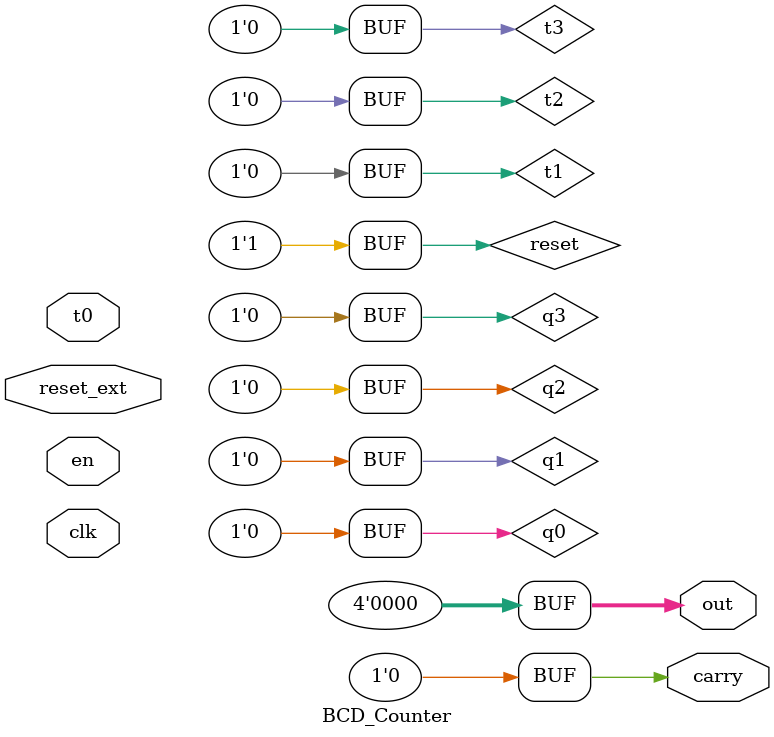
<source format=v>

module BCD_Counter (output reg[0:3] out,
					output wire carry,
					input wire t0, clk, reset_ext, en);

wire q0, q1, q2, q3, q_bar_0, q_bar_1, q_bar_2, q_bar_3, t1, t2, t3, reset;

T_FF_Behavioral tff0(q0, q_bar_0, t0, clk, reset, reset_ext, en);
T_FF_Behavioral tff1(q1, q_bar_1, t1, clk, reset, reset_ext, en);
T_FF_Behavioral tff2(q2, q_bar_2, t2, clk, reset, reset_ext, en);
T_FF_Behavioral tff3(q3, q_bar_3, t3, clk, reset, reset_ext, en);

nand(reset, q1, q3);
and(t1, t0, q0);
and(t2, t0, t1, q1);
and(t3, t0, t2, q2);
and(carry, q0, ~q1, ~q2, q3);

initial begin
	out <= 4'b0000;
end

assign out[0] = q3;
assign out[1] = q2;
assign out[2] = q1;
assign out[3] = q0;
endmodule
</source>
